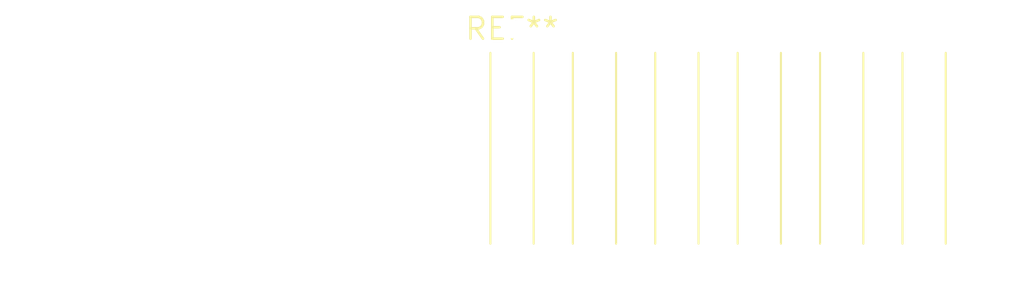
<source format=kicad_pcb>
(kicad_pcb (version 20240108) (generator pcbnew)
  (layers (0 "F.Cu" signal) (31 "B.Cu" signal) (34 "B.Paste" user) (35 "F.Paste" user) (36 "B.SilkS" user "B.Silkscreen") (37 "F.SilkS" user "F.Silkscreen") (38 "B.Mask" user) (39 "F.Mask" user) (44 "Edge.Cuts" user))
  (net 0 "")
  (footprint "SolderWire-0.5sqmm_1x06_P4.8mm_D0.9mm_OD2.3mm_Relief" (layer "F.Cu") (at 0 0)
    (property "Reference" "REF**")
    (property "Value" "SolderWire-0.5sqmm_1x06_P4.8mm_D0.9mm_OD2.3mm_Relief")
    (fp_line (start -1.26 1.41) (end -1.26 12.54) (layer "F.SilkS") (stroke (width 0.12)))
    (fp_line (start 1.26 1.41) (end 1.26 12.54) (layer "F.SilkS") (stroke (width 0.12)))
    (fp_line (start 3.54 1.41) (end 3.54 12.54) (layer "F.SilkS") (stroke (width 0.12)))
    (fp_line (start 6.06 1.41) (end 6.06 12.54) (layer "F.SilkS") (stroke (width 0.12)))
    (fp_line (start 8.34 1.41) (end 8.34 12.54) (layer "F.SilkS") (stroke (width 0.12)))
    (fp_line (start 10.86 1.41) (end 10.86 12.54) (layer "F.SilkS") (stroke (width 0.12)))
    (fp_line (start 13.14 1.41) (end 13.14 12.54) (layer "F.SilkS") (stroke (width 0.12)))
    (fp_line (start 15.66 1.41) (end 15.66 12.54) (layer "F.SilkS") (stroke (width 0.12)))
    (fp_line (start 17.94 1.41) (end 17.94 12.54) (layer "F.SilkS") (stroke (width 0.12)))
    (fp_line (start 20.46 1.41) (end 20.46 12.54) (layer "F.SilkS") (stroke (width 0.12)))
    (fp_line (start 22.74 1.41) (end 22.74 12.54) (layer "F.SilkS") (stroke (width 0.12)))
    (fp_line (start 25.26 1.41) (end 25.26 12.54) (layer "F.SilkS") (stroke (width 0.12)))
    (pad "" np_thru_hole circle (at 0 13.8) (size 2.8 2.8) (drill 2.8) (layers *.Cu *.Mask))
    (pad "" np_thru_hole circle (at 4.8 13.8) (size 2.8 2.8) (drill 2.8) (layers *.Cu *.Mask))
    (pad "" np_thru_hole circle (at 9.6 13.8) (size 2.8 2.8) (drill 2.8) (layers *.Cu *.Mask))
    (pad "" np_thru_hole circle (at 14.4 13.8) (size 2.8 2.8) (drill 2.8) (layers *.Cu *.Mask))
    (pad "" np_thru_hole circle (at 19.2 13.8) (size 2.8 2.8) (drill 2.8) (layers *.Cu *.Mask))
    (pad "" np_thru_hole circle (at 24 13.8) (size 2.8 2.8) (drill 2.8) (layers *.Cu *.Mask))
    (pad "1" thru_hole roundrect (at 0 0) (size 2.3 2.3) (drill 1.1) (layers *.Cu *.Mask) (remove_unused_layers) (roundrect_rratio 0.108696))
    (pad "2" thru_hole circle (at 4.8 0) (size 2.3 2.3) (drill 1.1) (layers *.Cu *.Mask) (remove_unused_layers))
    (pad "3" thru_hole circle (at 9.6 0) (size 2.3 2.3) (drill 1.1) (layers *.Cu *.Mask) (remove_unused_layers))
    (pad "4" thru_hole circle (at 14.4 0) (size 2.3 2.3) (drill 1.1) (layers *.Cu *.Mask) (remove_unused_layers))
    (pad "5" thru_hole circle (at 19.2 0) (size 2.3 2.3) (drill 1.1) (layers *.Cu *.Mask) (remove_unused_layers))
    (pad "6" thru_hole circle (at 24 0) (size 2.3 2.3) (drill 1.1) (layers *.Cu *.Mask) (remove_unused_layers))
  )
)
</source>
